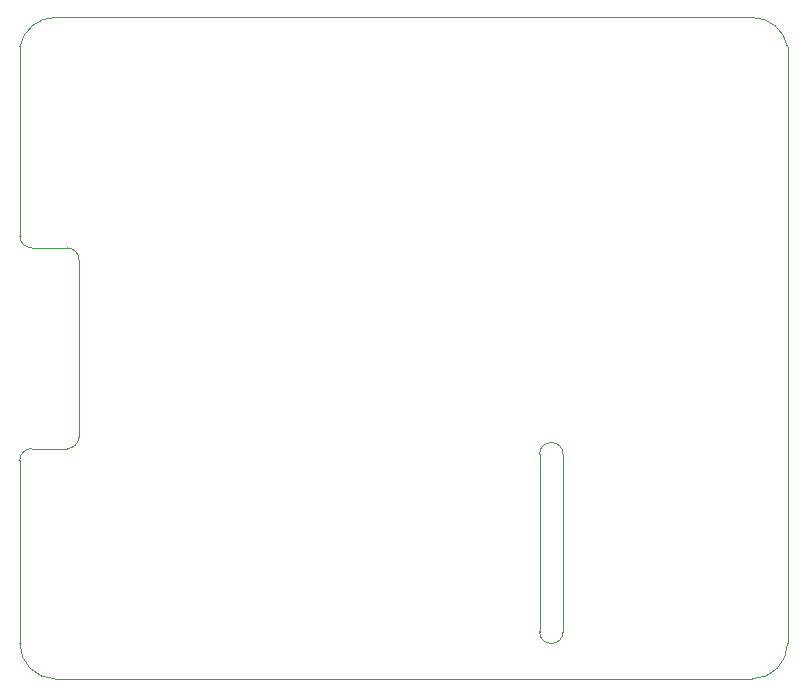
<source format=gm1>
G04 #@! TF.GenerationSoftware,KiCad,Pcbnew,(6.0.4-0)*
G04 #@! TF.CreationDate,2022-04-11T19:30:25+03:00*
G04 #@! TF.ProjectId,rpi_motor_pcb,7270695f-6d6f-4746-9f72-5f7063622e6b,rev?*
G04 #@! TF.SameCoordinates,Original*
G04 #@! TF.FileFunction,Profile,NP*
%FSLAX46Y46*%
G04 Gerber Fmt 4.6, Leading zero omitted, Abs format (unit mm)*
G04 Created by KiCad (PCBNEW (6.0.4-0)) date 2022-04-11 19:30:25*
%MOMM*%
%LPD*%
G01*
G04 APERTURE LIST*
G04 #@! TA.AperFunction,Profile*
%ADD10C,0.100000*%
G04 #@! TD*
G04 APERTURE END LIST*
D10*
X29178680Y-62778680D02*
G75*
G03*
X28178680Y-63778680I20J-1000020D01*
G01*
X29178680Y-45778680D02*
X32178680Y-45778680D01*
X72178680Y-63278680D02*
X72178680Y-78278680D01*
X33178680Y-46778680D02*
X33178680Y-61778680D01*
X28178680Y-28778680D02*
X28178680Y-44778680D01*
X28178720Y-44778680D02*
G75*
G03*
X29178680Y-45778680I999980J-20D01*
G01*
X28178720Y-79278680D02*
G75*
G03*
X31178680Y-82278680I2999980J-20D01*
G01*
X90178680Y-82278680D02*
G75*
G03*
X93178680Y-79278680I20J2999980D01*
G01*
X28178680Y-63778680D02*
X28178680Y-79278680D01*
X31178680Y-26278680D02*
X90178680Y-26278680D01*
X93178715Y-28778673D02*
G75*
G03*
X90178680Y-26278680I-3000015J-550027D01*
G01*
X31178680Y-82278680D02*
X90178680Y-82278680D01*
X93178680Y-28778680D02*
X93178680Y-79278680D01*
X32178680Y-62778680D02*
G75*
G03*
X33178680Y-61778680I20J999980D01*
G01*
X74178680Y-63278680D02*
G75*
G03*
X72178680Y-63278680I-1000000J0D01*
G01*
X31178680Y-26278680D02*
G75*
G03*
X28178680Y-28778680I0J-3050000D01*
G01*
X29178680Y-62778680D02*
X32178680Y-62778680D01*
X72178680Y-78278680D02*
G75*
G03*
X74178680Y-78278680I1000000J0D01*
G01*
X74178680Y-63278680D02*
X74178680Y-78278680D01*
X33178720Y-46778680D02*
G75*
G03*
X32178680Y-45778680I-1000020J-20D01*
G01*
M02*

</source>
